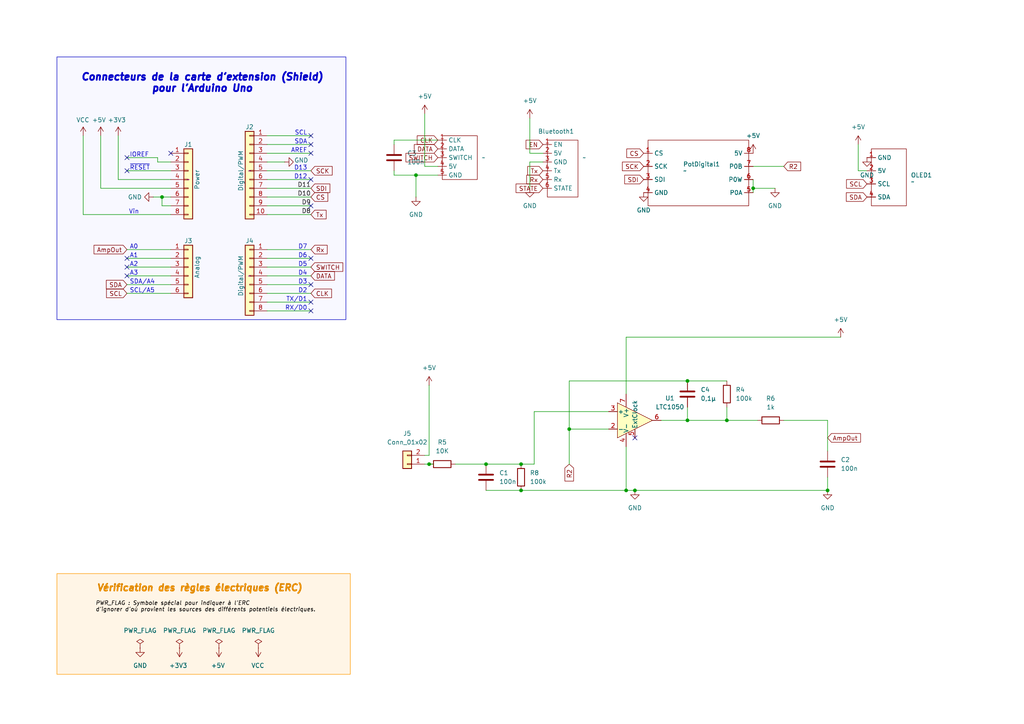
<source format=kicad_sch>
(kicad_sch (version 20250114) (generator "eeschema") (generator_version "9.0")
  (paper "A4")
  (title_block (title "Réalisation Capteur Graphite") (date "2025-03-22") (rev "1.0.0") (company "INSA Toulouse") (comment 1 "Lola GRAMMONT et Adèle HOVNANIAN"))
  (lib_symbols
    (symbol "Connector_Generic:Conn_01x02" (pin_names (offset 1.016) (hide yes))
      (property "Reference" "J" (at 0 2.54 0))
      (property "Value" "Conn_01x02" (at 0 -5.08 0))
      (symbol "Conn_01x02_1_1"
        (rectangle (start -1.27 1.27) (end 1.27 -3.81) (stroke (width 0.254)) (fill (type background)))
        (rectangle (start -1.27 0.127) (end 0 -0.127) (stroke (width 0.1524)))
        (rectangle (start -1.27 -2.413) (end 0 -2.667) (stroke (width 0.1524)))
        (pin passive line (at -5.08 0 0) (length 3.81) (name "Pin_1") (number "1"))
        (pin passive line (at -5.08 -2.54 0) (length 3.81) (name "Pin_2") (number "2"))
      )
    )
    (symbol "Connector_Generic:Conn_01x06" (pin_names (offset 1.016) (hide yes))
      (property "Reference" "J" (at 0 7.62 0))
      (property "Value" "Conn_01x06" (at 0 -10.16 0))
      (symbol "Conn_01x06_1_1"
        (rectangle (start -1.27 6.35) (end 1.27 -8.89) (stroke (width 0.254)) (fill (type background)))
        (rectangle (start -1.27 5.207) (end 0 4.953) (stroke (width 0.1524)))
        (rectangle (start -1.27 2.667) (end 0 2.413) (stroke (width 0.1524)))
        (rectangle (start -1.27 0.127) (end 0 -0.127) (stroke (width 0.1524)))
        (rectangle (start -1.27 -2.413) (end 0 -2.667) (stroke (width 0.1524)))
        (rectangle (start -1.27 -4.953) (end 0 -5.207) (stroke (width 0.1524)))
        (rectangle (start -1.27 -7.493) (end 0 -7.747) (stroke (width 0.1524)))
        (pin passive line (at -5.08 5.08 0) (length 3.81) (name "Pin_1") (number "1"))
        (pin passive line (at -5.08 2.54 0) (length 3.81) (name "Pin_2") (number "2"))
        (pin passive line (at -5.08 0 0) (length 3.81) (name "Pin_3") (number "3"))
        (pin passive line (at -5.08 -2.54 0) (length 3.81) (name "Pin_4") (number "4"))
        (pin passive line (at -5.08 -5.08 0) (length 3.81) (name "Pin_5") (number "5"))
        (pin passive line (at -5.08 -7.62 0) (length 3.81) (name "Pin_6") (number "6"))
      )
    )
    (symbol "Connector_Generic:Conn_01x08" (pin_names (offset 1.016) (hide yes))
      (property "Reference" "J" (at 0 10.16 0))
      (property "Value" "Conn_01x08" (at 0 -12.7 0))
      (symbol "Conn_01x08_1_1"
        (rectangle (start -1.27 8.89) (end 1.27 -11.43) (stroke (width 0.254)) (fill (type background)))
        (rectangle (start -1.27 7.747) (end 0 7.493) (stroke (width 0.1524)))
        (rectangle (start -1.27 5.207) (end 0 4.953) (stroke (width 0.1524)))
        (rectangle (start -1.27 2.667) (end 0 2.413) (stroke (width 0.1524)))
        (rectangle (start -1.27 0.127) (end 0 -0.127) (stroke (width 0.1524)))
        (rectangle (start -1.27 -2.413) (end 0 -2.667) (stroke (width 0.1524)))
        (rectangle (start -1.27 -4.953) (end 0 -5.207) (stroke (width 0.1524)))
        (rectangle (start -1.27 -7.493) (end 0 -7.747) (stroke (width 0.1524)))
        (rectangle (start -1.27 -10.033) (end 0 -10.287) (stroke (width 0.1524)))
        (pin passive line (at -5.08 7.62 0) (length 3.81) (name "Pin_1") (number "1"))
        (pin passive line (at -5.08 5.08 0) (length 3.81) (name "Pin_2") (number "2"))
        (pin passive line (at -5.08 2.54 0) (length 3.81) (name "Pin_3") (number "3"))
        (pin passive line (at -5.08 0 0) (length 3.81) (name "Pin_4") (number "4"))
        (pin passive line (at -5.08 -2.54 0) (length 3.81) (name "Pin_5") (number "5"))
        (pin passive line (at -5.08 -5.08 0) (length 3.81) (name "Pin_6") (number "6"))
        (pin passive line (at -5.08 -7.62 0) (length 3.81) (name "Pin_7") (number "7"))
        (pin passive line (at -5.08 -10.16 0) (length 3.81) (name "Pin_8") (number "8"))
      )
    )
    (symbol "Connector_Generic:Conn_01x10" (pin_names (offset 1.016) (hide yes))
      (property "Reference" "J" (at 0 12.7 0))
      (property "Value" "Conn_01x10" (at 0 -15.24 0))
      (symbol "Conn_01x10_1_1"
        (rectangle (start -1.27 11.43) (end 1.27 -13.97) (stroke (width 0.254)) (fill (type background)))
        (rectangle (start -1.27 10.287) (end 0 10.033) (stroke (width 0.1524)))
        (rectangle (start -1.27 7.747) (end 0 7.493) (stroke (width 0.1524)))
        (rectangle (start -1.27 5.207) (end 0 4.953) (stroke (width 0.1524)))
        (rectangle (start -1.27 2.667) (end 0 2.413) (stroke (width 0.1524)))
        (rectangle (start -1.27 0.127) (end 0 -0.127) (stroke (width 0.1524)))
        (rectangle (start -1.27 -2.413) (end 0 -2.667) (stroke (width 0.1524)))
        (rectangle (start -1.27 -4.953) (end 0 -5.207) (stroke (width 0.1524)))
        (rectangle (start -1.27 -7.493) (end 0 -7.747) (stroke (width 0.1524)))
        (rectangle (start -1.27 -10.033) (end 0 -10.287) (stroke (width 0.1524)))
        (rectangle (start -1.27 -12.573) (end 0 -12.827) (stroke (width 0.1524)))
        (pin passive line (at -5.08 10.16 0) (length 3.81) (name "Pin_1") (number "1"))
        (pin passive line (at -5.08 7.62 0) (length 3.81) (name "Pin_2") (number "2"))
        (pin passive line (at -5.08 5.08 0) (length 3.81) (name "Pin_3") (number "3"))
        (pin passive line (at -5.08 2.54 0) (length 3.81) (name "Pin_4") (number "4"))
        (pin passive line (at -5.08 0 0) (length 3.81) (name "Pin_5") (number "5"))
        (pin passive line (at -5.08 -2.54 0) (length 3.81) (name "Pin_6") (number "6"))
        (pin passive line (at -5.08 -5.08 0) (length 3.81) (name "Pin_7") (number "7"))
        (pin passive line (at -5.08 -7.62 0) (length 3.81) (name "Pin_8") (number "8"))
        (pin passive line (at -5.08 -10.16 0) (length 3.81) (name "Pin_9") (number "9"))
        (pin passive line (at -5.08 -12.7 0) (length 3.81) (name "Pin_10") (number "10"))
      )
    )
    (symbol "Device:C" (pin_numbers (hide yes)) (pin_names (offset 0.254))
      (property "Reference" "C" (at 0.635 2.54 0))
      (property "Value" "C" (at 0.635 -2.54 0))
      (symbol "C_0_1"
        (polyline (pts (xy -2.032 0.762) (xy 2.032 0.762)) (stroke (width 0.508)))
        (polyline (pts (xy -2.032 -0.762) (xy 2.032 -0.762)) (stroke (width 0.508)))
      )
      (symbol "C_1_1"
        (pin passive line (at 0 3.81 270) (length 2.794) (name "~") (number "1"))
        (pin passive line (at 0 -3.81 90) (length 2.794) (name "~") (number "2"))
      )
    )
    (symbol "Device:R" (pin_numbers (hide yes)) (pin_names (offset 0))
      (property "Reference" "R" (at 2.032 0 90))
      (property "Value" "R" (at 0 0 90))
      (symbol "R_0_1"
        (rectangle (start -1.016 -2.54) (end 1.016 2.54) (stroke (width 0.254)))
      )
      (symbol "R_1_1"
        (pin passive line (at 0 3.81 270) (length 1.27) (name "~") (number "1"))
        (pin passive line (at 0 -3.81 90) (length 1.27) (name "~") (number "2"))
      )
    )
    (symbol "R_1" (pin_numbers (hide yes)) (pin_names (offset 0))
      (property "Reference" "R" (at 0.762 0 90))
      (property "Value" "R" (at -1.27 0 90))
      (symbol "R_1_0_1"
        (rectangle (start -1.016 -2.54) (end 1.016 2.54) (stroke (width 0.254)))
      )
      (symbol "R_1_1_1"
        (pin passive line (at 0 3.81 270) (length 1.27) (name "~") (number "1"))
        (pin passive line (at 0 -3.81 90) (length 1.27) (name "~") (number "2"))
      )
    )
    (symbol "ShieldLibrary:Bluetooth"
      (property "Reference" "Bluetooth" (at 0 0 0))
      (property "Value" "~" (at 7.62 -7.62 0))
      (symbol "Bluetooth_0_1"
        (rectangle (start -2.54 -2.54) (end 6.35 -19.05))
      )
      (symbol "Bluetooth_1_1"
        (pin input line (at -3.81 -3.81 0) (length 2.54) (name "EN") (number "1"))
        (pin input line (at -3.81 -6.35 0) (length 2.54) (name "5V") (number "2"))
        (pin input line (at -3.81 -8.89 0) (length 2.54) (name "GND") (number "3"))
        (pin output line (at -3.81 -11.43 0) (length 2.54) (name "Tx") (number "4"))
        (pin input line (at -3.81 -13.97 0) (length 2.54) (name "Rx") (number "5"))
        (pin output line (at -3.81 -16.51 0) (length 2.54) (name "STATE") (number "6"))
      )
    )
    (symbol "ShieldLibrary:Encodeur_Rotatoire"
      (property "Value" "~" (at 13.97 -8.89 0))
      (symbol "Encodeur_Rotatoire_1_0"
        (pin input line (at 1.27 -8.89 0) (length 2.54) (name "SWITCH") (number "3"))
        (pin input line (at 1.27 -11.43 0) (length 2.54) (name "5V") (number "4"))
        (pin input line (at 1.27 -13.97 0) (length 2.54) (name "GND") (number "5"))
      )
      (symbol "Encodeur_Rotatoire_1_1"
        (rectangle (start 2.54 -2.54) (end 12.7 -15.24))
        (pin input line (at 1.27 -3.81 0) (length 2.54) (name "CLK") (number "1"))
        (pin output line (at 1.27 -6.35 0) (length 2.54) (name "DATA") (number "2"))
      )
    )
    (symbol "ShieldLibrary:LTC1050" (pin_names (offset 0.127))
      (property "Reference" "U" (at 2.54 5.08 0))
      (property "Value" "LTC1050" (at 7.62 2.54 0))
      (symbol "LTC1050_0_1"
        (polyline (pts (xy -5.08 5.08) (xy -5.08 -5.08) (xy 5.08 0) (xy -5.08 5.08)) (fill (type background)))
      )
      (symbol "LTC1050_1_1"
        (pin input line (at -7.62 2.54 0) (length 2.54) (name "+") (number "3"))
        (pin input line (at -7.62 -2.54 0) (length 2.54) (name "-") (number "2"))
        (pin no_connect line (at -5.08 0 0) (length 3.81) (hide yes) (name "NC") (number "1"))
        (pin power_in line (at -2.54 7.62 270) (length 3.81) (name "V+") (number "7"))
        (pin power_in line (at -2.54 -7.62 90) (length 3.81) (name "V-") (number "4"))
        (pin no_connect line (at 0 2.54 270) (length 3.81) (hide yes) (name "NC") (number "8"))
        (pin input line (at 0 -5.08 90) (length 2.54) (name "ExtClock") (number "5"))
        (pin output line (at 7.62 0 180) (length 2.54) (name "~") (number "6"))
      )
    )
    (symbol "ShieldLibrary:OLED"
      (property "Reference" "OLED" (at -12.7 -12.192 0))
      (symbol "OLED_0_1"
        (rectangle (start -17.78 -13.97) (end -7.62 -30.48))
      )
      (symbol "OLED_1_1"
        (pin input line (at -19.05 -16.51 0) (length 2.54) (name "GND") (number "1"))
        (pin input line (at -19.05 -20.32 0) (length 2.54) (name "5V") (number "2"))
        (pin output line (at -19.05 -24.13 0) (length 2.54) (name "SCL") (number "3"))
        (pin output line (at -19.05 -27.94 0) (length 2.54) (name "SDA") (number "4"))
      )
    )
    (symbol "ShieldLibrary:Potentiomètre_digital"
      (property "Reference" "PotDigital" (at 2.54 -13.3349 0))
      (property "Value" "~" (at 2.54 -15.24 0))
      (symbol "Potentiomètre_digital_0_1"
        (rectangle (start -7.62 -6.35) (end 21.59 -25.4))
      )
      (symbol "Potentiomètre_digital_1_1"
        (pin output line (at -8.89 -10.16 0) (length 2.54) (name "CS") (number "1"))
        (pin output line (at -8.89 -13.97 0) (length 2.54) (name "SCK") (number "2"))
        (pin output line (at -8.89 -17.78 0) (length 2.54) (name "SDI") (number "3"))
        (pin output line (at -8.89 -21.59 0) (length 2.54) (name "GND") (number "4"))
        (pin output line (at 22.86 -10.16 180) (length 2.54) (name "5V") (number "8"))
        (pin output line (at 22.86 -13.97 180) (length 2.54) (name "P0B") (number "7"))
        (pin output line (at 22.86 -17.78 180) (length 2.54) (name "P0W") (number "6"))
        (pin output line (at 22.86 -21.59 180) (length 2.54) (name "P0A") (number "5"))
      )
    )
    (symbol "power:+3V3" (power) (pin_numbers (hide yes)) (pin_names (offset 0) (hide yes))
      (property "Value" "+3V3" (at 0 3.556 0))
      (symbol "+3V3_0_1"
        (polyline (pts (xy -0.762 1.27) (xy 0 2.54)))
        (polyline (pts (xy 0 2.54) (xy 0.762 1.27)))
        (polyline (pts (xy 0 0) (xy 0 2.54)))
      )
      (symbol "+3V3_1_1"
        (pin power_in line (at 0 0 90) (length 0) (name "~") (number "1"))
      )
    )
    (symbol "power:+5V" (power) (pin_numbers (hide yes)) (pin_names (offset 0) (hide yes))
      (property "Value" "+5V" (at 0 3.556 0))
      (symbol "+5V_0_1"
        (polyline (pts (xy -0.762 1.27) (xy 0 2.54)))
        (polyline (pts (xy 0 2.54) (xy 0.762 1.27)))
        (polyline (pts (xy 0 0) (xy 0 2.54)))
      )
      (symbol "+5V_1_1"
        (pin power_in line (at 0 0 90) (length 0) (name "~") (number "1"))
      )
    )
    (symbol "power:GND" (power) (pin_numbers (hide yes)) (pin_names (offset 0) (hide yes))
      (property "Value" "GND" (at 0 -3.81 0))
      (symbol "GND_0_1"
        (polyline (pts (xy 0 0) (xy 0 -1.27) (xy 1.27 -1.27) (xy 0 -2.54) (xy -1.27 -1.27) (xy 0 -1.27)))
      )
      (symbol "GND_1_1"
        (pin power_in line (at 0 0 270) (length 0) (name "~") (number "1"))
      )
    )
    (symbol "power:PWR_FLAG" (power) (pin_numbers (hide yes)) (pin_names (offset 0) (hide yes))
      (property "Value" "PWR_FLAG" (at 0 3.81 0))
      (symbol "PWR_FLAG_0_0"
        (pin power_out line (at 0 0 90) (length 0) (name "~") (number "1"))
      )
      (symbol "PWR_FLAG_0_1"
        (polyline (pts (xy 0 0) (xy 0 1.27) (xy -1.016 1.905) (xy 0 2.54) (xy 1.016 1.905) (xy 0 1.27)))
      )
    )
    (symbol "power:VCC" (power) (pin_numbers (hide yes)) (pin_names (offset 0) (hide yes))
      (property "Value" "VCC" (at 0 3.556 0))
      (symbol "VCC_0_1"
        (polyline (pts (xy -0.762 1.27) (xy 0 2.54)))
        (polyline (pts (xy 0 2.54) (xy 0.762 1.27)))
        (polyline (pts (xy 0 0) (xy 0 2.54)))
      )
      (symbol "VCC_1_1"
        (pin power_in line (at 0 0 90) (length 0) (name "~") (number "1"))
      )
    )
  )
  (rectangle (start 16.51 16.51) (end 100.33 92.71) (fill (type color) (color 0 0 255 0.03)))
  (rectangle (start 16.51 166.37) (end 101.6 195.58) (stroke (width 0) (color 255 153 0 1)) (fill (type color) (color 255 153 0 0.1)))
  (text "AREF" (at 89.154 44.45 0) (effects (font (size 1.27 1.27)) (justify right bottom)))
  (text "SDA/A4" (at 37.592 82.55 0) (effects (font (size 1.27 1.27)) (justify left bottom)))
  (text "D12" (at 89.154 52.07 0) (effects (font (size 1.27 1.27)) (justify right bottom)))
  (text "D4" (at 89.154 80.01 0) (effects (font (size 1.27 1.27)) (justify right bottom)))
  (text "~" (at 81.534 53.594 0) (effects (font (size 1.27 1.27) (thickness 0.254) (bold yes))))
  (text "~{RESET}" (at 37.592 49.53 0) (effects (font (size 1.27 1.27)) (justify left bottom)))
  (text "RX/D0" (at 89.154 90.17 0) (effects (font (size 1.27 1.27)) (justify right bottom)))
  (text "TX/D1" (at 89.154 87.63 0) (effects (font (size 1.27 1.27)) (justify right bottom)))
  (text "D13" (at 89.154 49.53 0) (effects (font (size 1.27 1.27)) (justify right bottom)))
  (text "Vin" (at 37.338 62.23 0) (effects (font (size 1.27 1.27)) (justify left bottom)))
  (text "SDA" (at 89.154 41.91 0) (effects (font (size 1.27 1.27)) (justify right bottom)))
  (text "D6" (at 89.154 74.93 0) (effects (font (size 1.27 1.27)) (justify right bottom)))
  (text "D2" (at 89.154 85.09 0) (effects (font (size 1.27 1.27)) (justify right bottom)))
  (text "A3" (at 37.592 80.01 0) (effects (font (size 1.27 1.27)) (justify left bottom)))
  (text "A2" (at 37.592 77.47 0) (effects (font (size 1.27 1.27)) (justify left bottom)))
  (text "Vérification des règles électriques (ERC)" (at 57.912 170.688 0) (effects (font (size 1.905 1.905) (thickness 0.508) (bold yes) (italic yes))))
  (text "Connecteurs de la carte d'extension (Shield)\npour l'Arduino Uno" (at 58.674 24.13 0) (effects (font (size 2.032 2.032) (thickness 0.508) (bold yes) (italic yes))))
  (text "D3" (at 89.154 82.55 0) (effects (font (size 1.27 1.27)) (justify right bottom)))
  (text "D7" (at 89.154 72.39 0) (effects (font (size 1.27 1.27)) (justify right bottom)))
  (text "D5" (at 89.154 77.47 0) (effects (font (size 1.27 1.27)) (justify right bottom)))
  (text "A1" (at 37.592 74.93 0) (effects (font (size 1.27 1.27)) (justify left bottom)))
  (text "SCL/A5" (at 37.592 85.09 0) (effects (font (size 1.27 1.27)) (justify left bottom)))
  (text "SCL" (at 89.154 39.37 0) (effects (font (size 1.27 1.27)) (justify right bottom)))
  (text "IOREF" (at 37.592 45.72 0) (effects (font (size 1.27 1.27)) (justify left bottom)))
  (text "A0" (at 37.592 72.39 0) (effects (font (size 1.27 1.27)) (justify left bottom)))
  (text "PWR_FLAG : Symbole spécial pour indiquer à l'ERC\nd'ignorer d'où provient les sources des différents potentiels électriques." (at 27.686 176.022 0) (effects (font (size 1.143 1.143) (italic yes)) (justify left)))
  (junction (at 120.65 50.8))
  (junction (at 165.1 124.46))
  (junction (at 140.97 134.62))
  (junction (at 46.99 57.15))
  (junction (at 199.39 121.92))
  (junction (at 240.03 142.24))
  (junction (at 199.39 110.49))
  (junction (at 151.13 142.24))
  (junction (at 151.13 134.62))
  (junction (at 124.46 134.62))
  (junction (at 218.44 54.61))
  (junction (at 210.82 121.92))
  (junction (at 181.61 142.24))
  (junction (at 184.15 142.24))
  (no_connect (at 90.17 39.37))
  (no_connect (at 36.83 49.53))
  (no_connect (at 90.17 59.69))
  (no_connect (at 90.17 90.17))
  (no_connect (at 90.17 52.07))
  (no_connect (at 90.17 87.63))
  (no_connect (at 90.17 44.45))
  (no_connect (at 36.83 74.93))
  (no_connect (at 90.17 82.55))
  (no_connect (at 90.17 41.91))
  (no_connect (at 36.83 45.72))
  (no_connect (at 49.53 44.45))
  (no_connect (at 90.17 74.93))
  (no_connect (at 184.15 127))
  (no_connect (at 36.83 77.47))
  (no_connect (at 36.83 80.01))
  (wire (pts (xy 77.47 90.17) (xy 90.17 90.17)))
  (wire (pts (xy 227.33 48.26) (xy 218.44 48.26)))
  (wire (pts (xy 124.46 134.62) (xy 125.73 134.62)))
  (wire (pts (xy 77.47 57.15) (xy 90.17 57.15)))
  (wire (pts (xy 165.1 110.49) (xy 165.1 124.46)))
  (wire (pts (xy 77.47 39.37) (xy 90.17 39.37)))
  (wire (pts (xy 46.99 57.15) (xy 46.99 59.69)))
  (wire (pts (xy 210.82 118.11) (xy 210.82 121.92)))
  (wire (pts (xy 140.97 134.62) (xy 151.13 134.62)))
  (wire (pts (xy 176.53 119.38) (xy 154.94 119.38)))
  (wire (pts (xy 36.83 85.09) (xy 49.53 85.09)))
  (wire (pts (xy 184.15 142.24) (xy 240.03 142.24)))
  (wire (pts (xy 120.65 50.8) (xy 120.65 57.15)))
  (wire (pts (xy 34.29 52.07) (xy 49.53 52.07)))
  (wire (pts (xy 153.67 44.45) (xy 157.48 44.45)))
  (wire (pts (xy 29.21 54.61) (xy 49.53 54.61)))
  (wire (pts (xy 120.65 50.8) (xy 114.3 50.8)))
  (wire (pts (xy 227.33 121.92) (xy 240.03 121.92)))
  (wire (pts (xy 29.21 39.37) (xy 29.21 54.61)))
  (wire (pts (xy 44.45 57.15) (xy 46.99 57.15)))
  (wire (pts (xy 77.47 49.53) (xy 90.17 49.53)))
  (wire (pts (xy 34.29 39.37) (xy 34.29 52.07)))
  (wire (pts (xy 77.47 72.39) (xy 90.17 72.39)))
  (wire (pts (xy 49.53 72.39) (xy 36.83 72.39)))
  (wire (pts (xy 77.47 52.07) (xy 90.17 52.07)))
  (wire (pts (xy 114.3 40.64) (xy 127 40.64)))
  (wire (pts (xy 77.47 74.93) (xy 90.17 74.93)))
  (wire (pts (xy 181.61 97.79) (xy 243.84 97.79)))
  (wire (pts (xy 45.72 46.99) (xy 49.53 46.99)))
  (wire (pts (xy 165.1 134.62) (xy 165.1 124.46)))
  (wire (pts (xy 77.47 59.69) (xy 90.17 59.69)))
  (wire (pts (xy 77.47 80.01) (xy 90.17 80.01)))
  (wire (pts (xy 199.39 121.92) (xy 210.82 121.92)))
  (wire (pts (xy 36.83 45.72) (xy 45.72 45.72)))
  (wire (pts (xy 181.61 129.54) (xy 181.61 142.24)))
  (wire (pts (xy 199.39 121.92) (xy 199.39 118.11)))
  (wire (pts (xy 184.15 142.24) (xy 181.61 142.24)))
  (wire (pts (xy 123.19 48.26) (xy 127 48.26)))
  (wire (pts (xy 127 50.8) (xy 120.65 50.8)))
  (wire (pts (xy 251.46 49.53) (xy 248.92 49.53)))
  (wire (pts (xy 77.47 44.45) (xy 90.17 44.45)))
  (wire (pts (xy 165.1 124.46) (xy 176.53 124.46)))
  (wire (pts (xy 123.19 134.62) (xy 124.46 134.62)))
  (wire (pts (xy 154.94 119.38) (xy 154.94 134.62)))
  (wire (pts (xy 123.19 132.08) (xy 124.46 132.08)))
  (wire (pts (xy 114.3 41.91) (xy 114.3 40.64)))
  (wire (pts (xy 49.53 77.47) (xy 36.83 77.47)))
  (wire (pts (xy 36.83 49.53) (xy 49.53 49.53)))
  (wire (pts (xy 191.77 121.92) (xy 199.39 121.92)))
  (wire (pts (xy 49.53 59.69) (xy 46.99 59.69)))
  (wire (pts (xy 45.72 45.72) (xy 45.72 46.99)))
  (wire (pts (xy 49.53 62.23) (xy 24.13 62.23)))
  (wire (pts (xy 240.03 121.92) (xy 240.03 130.81)))
  (wire (pts (xy 36.83 74.93) (xy 49.53 74.93)))
  (wire (pts (xy 240.03 138.43) (xy 240.03 142.24)))
  (wire (pts (xy 132.08 134.62) (xy 140.97 134.62)))
  (wire (pts (xy 123.19 33.02) (xy 123.19 48.26)))
  (wire (pts (xy 219.71 121.92) (xy 210.82 121.92)))
  (wire (pts (xy 248.92 49.53) (xy 248.92 41.91)))
  (wire (pts (xy 77.47 46.99) (xy 82.55 46.99)))
  (wire (pts (xy 218.44 52.07) (xy 218.44 54.61)))
  (wire (pts (xy 181.61 114.3) (xy 181.61 97.79)))
  (wire (pts (xy 49.53 57.15) (xy 46.99 57.15)))
  (wire (pts (xy 77.47 54.61) (xy 90.17 54.61)))
  (wire (pts (xy 153.67 34.29) (xy 153.67 44.45)))
  (wire (pts (xy 124.46 132.08) (xy 124.46 111.76)))
  (wire (pts (xy 77.47 77.47) (xy 90.17 77.47)))
  (wire (pts (xy 36.83 80.01) (xy 49.53 80.01)))
  (wire (pts (xy 151.13 134.62) (xy 154.94 134.62)))
  (wire (pts (xy 151.13 142.24) (xy 181.61 142.24)))
  (wire (pts (xy 114.3 50.8) (xy 114.3 49.53)))
  (wire (pts (xy 77.47 41.91) (xy 90.17 41.91)))
  (wire (pts (xy 218.44 54.61) (xy 224.79 54.61)))
  (wire (pts (xy 77.47 85.09) (xy 90.17 85.09)))
  (wire (pts (xy 77.47 82.55) (xy 90.17 82.55)))
  (wire (pts (xy 218.44 54.61) (xy 218.44 55.88)))
  (wire (pts (xy 199.39 110.49) (xy 210.82 110.49)))
  (wire (pts (xy 153.67 46.99) (xy 157.48 46.99)))
  (wire (pts (xy 77.47 87.63) (xy 90.17 87.63)))
  (wire (pts (xy 140.97 142.24) (xy 151.13 142.24)))
  (wire (pts (xy 24.13 62.23) (xy 24.13 39.37)))
  (wire (pts (xy 199.39 110.49) (xy 165.1 110.49)))
  (wire (pts (xy 49.53 82.55) (xy 36.83 82.55)))
  (wire (pts (xy 153.67 54.61) (xy 153.67 46.99)))
  (wire (pts (xy 77.47 62.23) (xy 90.17 62.23)))
  (label "D10" (at 90.17 57.15 180))
  (label "D8" (at 90.17 62.23 180))
  (label "D11" (at 90.17 54.61 180))
  (label "D9" (at 90.17 59.69 180))
  (global_label "STATE" (shape input) (at 157.48 54.61 180) (property "Intersheetrefs" "${INTERSHEET_REFS}" (effects (hide yes))))
  (global_label "SCL" (shape input) (at 36.83 85.09 180) (property "Intersheetrefs" "${INTERSHEET_REFS}" (effects (hide yes))))
  (global_label "SCK" (shape input) (at 186.69 48.26 180) (property "Intersheetrefs" "${INTERSHEET_REFS}" (effects (hide yes))))
  (global_label "CLK" (shape input) (at 90.17 85.09 0) (property "Intersheetrefs" "${INTERSHEET_REFS}" (effects (hide yes))))
  (global_label "R2" (shape input) (at 165.1 134.62 270) (property "Intersheetrefs" "${INTERSHEET_REFS}" (effects (hide yes))))
  (global_label "SDA" (shape input) (at 251.46 57.15 180) (property "Intersheetrefs" "${INTERSHEET_REFS}" (effects (hide yes))))
  (global_label "CS" (shape input) (at 186.69 44.45 180) (property "Intersheetrefs" "${INTERSHEET_REFS}" (effects (hide yes))))
  (global_label "Tx" (shape input) (at 90.17 62.23 0) (property "Intersheetrefs" "${INTERSHEET_REFS}" (effects (hide yes))))
  (global_label "Tx" (shape input) (at 157.48 49.53 180) (property "Intersheetrefs" "${INTERSHEET_REFS}" (effects (hide yes))))
  (global_label "CLK" (shape input) (at 127 40.64 180) (property "Intersheetrefs" "${INTERSHEET_REFS}" (effects (hide yes))))
  (global_label "SDI" (shape input) (at 186.69 52.07 180) (property "Intersheetrefs" "${INTERSHEET_REFS}" (effects (hide yes))))
  (global_label "SCL" (shape input) (at 251.46 53.34 180) (property "Intersheetrefs" "${INTERSHEET_REFS}" (effects (hide yes))))
  (global_label "R2" (shape input) (at 227.33 48.26 0) (property "Intersheetrefs" "${INTERSHEET_REFS}" (effects (hide yes))))
  (global_label "CS" (shape input) (at 90.17 57.15 0) (property "Intersheetrefs" "${INTERSHEET_REFS}" (effects (hide yes))))
  (global_label "AmpOut" (shape input) (at 36.83 72.39 180) (property "Intersheetrefs" "${INTERSHEET_REFS}" (effects (hide yes))))
  (global_label "SWITCH" (shape input) (at 127 45.72 180) (property "Intersheetrefs" "${INTERSHEET_REFS}" (effects (hide yes))))
  (global_label "AmpOut" (shape input) (at 240.03 127 0) (property "Intersheetrefs" "${INTERSHEET_REFS}" (effects (hide yes))))
  (global_label "DATA" (shape input) (at 90.17 80.01 0) (property "Intersheetrefs" "${INTERSHEET_REFS}" (effects (hide yes))))
  (global_label "SDI" (shape input) (at 90.17 54.61 0) (property "Intersheetrefs" "${INTERSHEET_REFS}" (effects (hide yes))))
  (global_label "EN" (shape input) (at 157.48 41.91 180) (property "Intersheetrefs" "${INTERSHEET_REFS}" (effects (hide yes))))
  (global_label "Rx" (shape input) (at 157.48 52.07 180) (property "Intersheetrefs" "${INTERSHEET_REFS}" (effects (hide yes))))
  (global_label "SDA" (shape input) (at 36.83 82.55 180) (property "Intersheetrefs" "${INTERSHEET_REFS}" (effects (hide yes))))
  (global_label "DATA" (shape input) (at 127 43.18 180) (property "Intersheetrefs" "${INTERSHEET_REFS}" (effects (hide yes))))
  (global_label "SCK" (shape input) (at 90.17 49.53 0) (property "Intersheetrefs" "${INTERSHEET_REFS}" (effects (hide yes))))
  (global_label "Rx" (shape input) (at 90.17 72.39 0) (property "Intersheetrefs" "${INTERSHEET_REFS}" (effects (hide yes))))
  (global_label "SWITCH" (shape input) (at 90.17 77.47 0) (property "Intersheetrefs" "${INTERSHEET_REFS}" (effects (hide yes))))
  (symbol (lib_id "Connector_Generic:Conn_01x08") (at 54.61 52.07 0) (unit 1)
    (property "Reference" "J1" (at 54.61 41.91 0))
    (property "Value" "Power" (at 57.15 52.07 90))
    (property "Footprint" "Connector_PinSocket_2.54mm:PinSocket_1x08_P2.54mm_Vertical" (effects (hide yes)))
    (property "Datasheet" "~" (at 54.61 52.07 0))
    (property "Description" "Generic connector, single row, 01x08, script generated (kicad-library-utils/schlib/autogen/connector/)" (effects (hide yes)))
  )
  (symbol (lib_id "power:+3V3") (at 34.29 39.37 0) (unit 1)
    (property "Reference" "#PWR03" (effects (hide yes)))
    (property "Value" "+3V3" (at 31.242 34.798 0) (effects (justify left)))
    (property "Description" "Power symbol creates a global label with name \"+3V3\"" (effects (hide yes)))
  )
  (symbol (lib_id "power:+5V") (at 29.21 39.37 0) (unit 1)
    (property "Reference" "#PWR02" (effects (hide yes)))
    (property "Value" "+5V" (at 26.67 34.798 0) (effects (justify left)))
    (property "Description" "Power symbol creates a global label with name \"+5V\"" (effects (hide yes)))
  )
  (symbol (lib_id "power:GND") (at 44.45 57.15 270) (unit 1)
    (property "Reference" "#PWR04" (effects (hide yes)))
    (property "Value" "GND" (at 39.116 57.15 90))
    (property "Description" "Power symbol creates a global label with name \"GND\" , ground" (effects (hide yes)))
  )
  (symbol (lib_id "Connector_Generic:Conn_01x10") (at 72.39 49.53 0) (mirror y) (unit 1)
    (property "Reference" "J2" (at 72.39 36.83 0))
    (property "Value" "Digital/PWM" (at 69.85 49.53 90))
    (property "Footprint" "Connector_PinSocket_2.54mm:PinSocket_1x10_P2.54mm_Vertical" (effects (hide yes)))
    (property "Datasheet" "~" (at 72.39 49.53 0))
    (property "Description" "Generic connector, single row, 01x10, script generated (kicad-library-utils/schlib/autogen/connector/)" (effects (hide yes)))
  )
  (symbol (lib_id "power:GND") (at 82.55 46.99 90) (unit 1)
    (property "Reference" "#PWR05" (effects (hide yes)))
    (property "Value" "GND" (at 87.376 46.482 90))
    (property "Description" "Power symbol creates a global label with name \"GND\" , ground" (effects (hide yes)))
  )
  (symbol (lib_id "Connector_Generic:Conn_01x06") (at 54.61 77.47 0) (unit 1)
    (property "Reference" "J3" (at 54.61 69.85 0))
    (property "Value" "Analog" (at 57.15 77.47 90))
    (property "Footprint" "Connector_PinSocket_2.54mm:PinSocket_1x06_P2.54mm_Vertical" (effects (hide yes)))
    (property "Description" "Generic connector, single row, 01x06, script generated (kicad-library-utils/schlib/autogen/connector/)" (effects (hide yes)))
  )
  (symbol (lib_id "Connector_Generic:Conn_01x08") (at 72.39 80.01 0) (mirror y) (unit 1)
    (property "Reference" "J4" (at 72.39 69.85 0))
    (property "Value" "Digital/PWM" (at 69.85 80.01 90))
    (property "Footprint" "Connector_PinSocket_2.54mm:PinSocket_1x08_P2.54mm_Vertical" (effects (hide yes)))
    (property "Datasheet" "~" (at 72.39 80.01 0))
    (property "Description" "Generic connector, single row, 01x08, script generated (kicad-library-utils/schlib/autogen/connector/)" (effects (hide yes)))
  )
  (symbol (lib_id "ShieldLibrary:Encodeur_Rotatoire") (at 125.73 36.83 0) (unit 1)
    (property "Reference" "Encodeur_rotatoire1" (effects (hide yes)))
    (property "Value" "~" (at 139.7 45.72 0) (effects (justify left)))
    (property "Footprint" "MaLibrairieEmpreinte:EncodeurRotatoire" (effects (hide yes)))
  )
  (symbol (lib_id "ShieldLibrary:Potentiomètre_digital") (at 195.58 34.29 0) (unit 1)
    (property "Reference" "PotDigital1" (at 198.12 47.6249 0) (effects (justify left)))
    (property "Value" "~" (at 198.12 49.53 0) (effects (justify left)))
    (property "Footprint" "MaLibrairieEmpreinte:PotDigital" (effects (hide yes)))
  )
  (symbol (lib_id "power:GND") (at 224.79 54.61 0) (unit 1)
    (property "Reference" "#PWR020" (effects (hide yes)))
    (property "Value" "GND" (at 224.79 59.69 0))
    (property "Description" "Power symbol creates a global label with name \"GND\" , ground" (effects (hide yes)))
  )
  (symbol (lib_id "power:PWR_FLAG") (at 63.5 187.96 0) (unit 1)
    (property "Reference" "#FLG03" (effects (hide yes)))
    (property "Value" "PWR_FLAG" (at 63.5 182.88 0))
    (property "Description" "Special symbol for telling ERC where power comes from" (effects (hide yes)))
  )
  (symbol (lib_id "power:+5V") (at 63.5 187.96 180) (unit 1)
    (property "Reference" "#PWR08" (effects (hide yes)))
    (property "Value" "+5V" (at 65.278 193.04 0) (effects (justify left)))
    (property "Description" "Power symbol creates a global label with name \"+5V\"" (effects (hide yes)))
  )
  (symbol (lib_id "power:GND") (at 251.46 45.72 0) (unit 1)
    (property "Reference" "#PWR023" (effects (hide yes)))
    (property "Value" "GND" (at 251.46 50.8 0))
    (property "Description" "Power symbol creates a global label with name \"GND\" , ground" (effects (hide yes)))
  )
  (symbol (lib_id "power:GND") (at 153.67 54.61 0) (unit 1)
    (property "Reference" "#PWR015" (effects (hide yes)))
    (property "Value" "GND" (at 153.67 59.69 0))
    (property "Description" "Power symbol creates a global label with name \"GND\" , ground" (effects (hide yes)))
  )
  (symbol (lib_id "power:+5V") (at 153.67 34.29 0) (unit 1)
    (property "Reference" "#PWR017" (effects (hide yes)))
    (property "Value" "+5V" (at 153.67 29.21 0))
    (property "Description" "Power symbol creates a global label with name \"+5V\"" (effects (hide yes)))
  )
  (symbol (lib_id "Device:R") (at 128.27 134.62 90) (unit 1)
    (property "Reference" "R5" (at 128.27 128.27 90))
    (property "Value" "10K" (at 128.27 130.81 90))
    (property "Footprint" "Resistor_THT:R_Axial_DIN0207_L6.3mm_D2.5mm_P10.16mm_Horizontal" (effects (hide yes)))
    (property "Description" "Resistor" (effects (hide yes)))
  )
  (symbol (lib_name "R_1") (lib_id "Device:R") (at 223.52 121.92 90) (unit 1)
    (property "Reference" "R6" (at 223.52 115.57 90))
    (property "Value" "1k" (at 223.52 118.11 90))
    (property "Footprint" "Resistor_THT:R_Axial_DIN0207_L6.3mm_D2.5mm_P10.16mm_Horizontal" (effects (hide yes)))
    (property "Description" "Resistor" (effects (hide yes)))
  )
  (symbol (lib_id "ShieldLibrary:Bluetooth") (at 161.29 38.1 0) (unit 1)
    (property "Reference" "Bluetooth1" (at 161.29 38.1 0))
    (property "Value" "~" (at 168.91 45.72 0) (effects (justify left)))
    (property "Footprint" "MaLibrairieEmpreinte:Bluetooth" (effects (hide yes)))
  )
  (symbol (lib_id "power:+5V") (at 243.84 97.79 0) (unit 1)
    (property "Reference" "#PWR014" (effects (hide yes)))
    (property "Value" "+5V" (at 243.84 92.71 0))
    (property "Description" "Power symbol creates a global label with name \"+5V\"" (effects (hide yes)))
  )
  (symbol (lib_id "Device:C") (at 114.3 45.72 0) (unit 1)
    (property "Reference" "C3" (at 118.11 44.4499 0) (effects (justify left)))
    (property "Value" "100n" (at 118.11 46.9899 0) (effects (justify left)))
    (property "Footprint" "Capacitor_THT:C_Disc_D6.0mm_W2.5mm_P5.00mm" (effects (hide yes)))
    (property "Description" "Unpolarized capacitor" (effects (hide yes)))
  )
  (symbol (lib_id "power:+5V") (at 124.46 111.76 0) (unit 1)
    (property "Reference" "#PWR010" (effects (hide yes)))
    (property "Value" "+5V" (at 124.46 106.68 0))
    (property "Description" "Power symbol creates a global label with name \"+5V\"" (effects (hide yes)))
  )
  (symbol (lib_id "power:VCC") (at 24.13 39.37 0) (unit 1)
    (property "Reference" "#PWR01" (effects (hide yes)))
    (property "Value" "VCC" (at 22.098 34.798 0) (effects (justify left)))
    (property "Description" "Power symbol creates a global label with name \"VCC\"" (effects (hide yes)))
  )
  (symbol (lib_id "Connector_Generic:Conn_01x02") (at 118.11 134.62 180) (unit 1)
    (property "Reference" "J5" (at 118.11 125.73 0))
    (property "Value" "Conn_01x02" (at 118.11 128.27 0))
    (property "Footprint" "Connector_PinSocket_2.54mm:PinSocket_1x02_P2.54mm_Vertical" (effects (hide yes)))
    (property "Description" "Generic connector, single row, 01x02, script generated (kicad-library-utils/schlib/autogen/connector/)" (effects (hide yes)))
  )
  (symbol (lib_id "power:+5V") (at 218.44 44.45 0) (unit 1)
    (property "Reference" "#PWR019" (effects (hide yes)))
    (property "Value" "+5V" (at 218.44 39.37 0))
    (property "Description" "Power symbol creates a global label with name \"+5V\"" (effects (hide yes)))
  )
  (symbol (lib_id "ShieldLibrary:OLED") (at 270.51 29.21 0) (unit 1)
    (property "Reference" "OLED1" (at 264.16 50.7999 0) (effects (justify left)))
    (property "Value" "~" (at 264.16 52.705 0) (effects (justify left)))
    (property "Footprint" "MaLibrairieEmpreinte:OLED" (effects (hide yes)))
  )
  (symbol (lib_name "R_1") (lib_id "Device:R") (at 210.82 114.3 0) (unit 1)
    (property "Reference" "R4" (at 213.36 113.0299 0) (effects (justify left)))
    (property "Value" "100k" (at 213.36 115.5699 0) (effects (justify left)))
    (property "Footprint" "Resistor_THT:R_Axial_DIN0207_L6.3mm_D2.5mm_P10.16mm_Horizontal" (effects (hide yes)))
    (property "Description" "Resistor" (effects (hide yes)))
  )
  (symbol (lib_id "power:VCC") (at 74.93 187.96 180) (unit 1)
    (property "Reference" "#PWR09" (effects (hide yes)))
    (property "Value" "VCC" (at 76.708 193.04 0) (effects (justify left)))
    (property "Description" "Power symbol creates a global label with name \"VCC\"" (effects (hide yes)))
  )
  (symbol (lib_name "R_1") (lib_id "Device:R") (at 151.13 138.43 0) (unit 1)
    (property "Reference" "R8" (at 153.67 137.1599 0) (effects (justify left)))
    (property "Value" "100k" (at 153.67 139.6999 0) (effects (justify left)))
    (property "Footprint" "Resistor_THT:R_Axial_DIN0207_L6.3mm_D2.5mm_P10.16mm_Horizontal" (effects (hide yes)))
    (property "Description" "Resistor" (effects (hide yes)))
  )
  (symbol (lib_id "power:+3V3") (at 52.07 187.96 180) (unit 1)
    (property "Reference" "#PWR07" (effects (hide yes)))
    (property "Value" "+3V3" (at 54.356 193.04 0) (effects (justify left)))
    (property "Description" "Power symbol creates a global label with name \"+3V3\"" (effects (hide yes)))
  )
  (symbol (lib_id "power:+5V") (at 248.92 41.91 0) (unit 1)
    (property "Reference" "#PWR022" (effects (hide yes)))
    (property "Value" "+5V" (at 248.92 36.83 0))
    (property "Description" "Power symbol creates a global label with name \"+5V\"" (effects (hide yes)))
  )
  (symbol (lib_id "power:GND") (at 186.69 55.88 0) (unit 1)
    (property "Reference" "#PWR018" (effects (hide yes)))
    (property "Value" "GND" (at 186.69 60.96 0))
    (property "Description" "Power symbol creates a global label with name \"GND\" , ground" (effects (hide yes)))
  )
  (symbol (lib_id "power:PWR_FLAG") (at 52.07 187.96 0) (unit 1)
    (property "Reference" "#FLG02" (effects (hide yes)))
    (property "Value" "PWR_FLAG" (at 52.07 182.88 0))
    (property "Description" "Special symbol for telling ERC where power comes from" (effects (hide yes)))
  )
  (symbol (lib_id "power:PWR_FLAG") (at 74.93 187.96 0) (unit 1)
    (property "Reference" "#FLG04" (effects (hide yes)))
    (property "Value" "PWR_FLAG" (at 74.93 182.88 0))
    (property "Description" "Special symbol for telling ERC where power comes from" (effects (hide yes)))
  )
  (symbol (lib_id "power:GND") (at 184.15 142.24 0) (unit 1)
    (property "Reference" "#PWR012" (effects (hide yes)))
    (property "Value" "GND" (at 184.15 147.32 0))
    (property "Description" "Power symbol creates a global label with name \"GND\" , ground" (effects (hide yes)))
  )
  (symbol (lib_id "power:+5V") (at 123.19 33.02 0) (unit 1)
    (property "Reference" "#PWR016" (effects (hide yes)))
    (property "Value" "+5V" (at 123.19 27.94 0))
    (property "Description" "Power symbol creates a global label with name \"+5V\"" (effects (hide yes)))
  )
  (symbol (lib_id "power:GND") (at 240.03 142.24 0) (unit 1)
    (property "Reference" "#PWR011" (effects (hide yes)))
    (property "Value" "GND" (at 240.03 147.32 0))
    (property "Description" "Power symbol creates a global label with name \"GND\" , ground" (effects (hide yes)))
  )
  (symbol (lib_id "power:GND") (at 120.65 57.15 0) (unit 1)
    (property "Reference" "#PWR013" (effects (hide yes)))
    (property "Value" "GND" (at 120.65 62.23 0))
    (property "Description" "Power symbol creates a global label with name \"GND\" , ground" (effects (hide yes)))
  )
  (symbol (lib_id "ShieldLibrary:LTC1050") (at 184.15 121.92 0) (unit 1)
    (property "Reference" "U1" (at 194.31 115.4998 0))
    (property "Value" "LTC1050" (at 194.31 118.0398 0))
    (property "Footprint" "MaLibrairieEmpreinte:LTC41050" (effects (hide yes)))
    (property "Datasheet" "https://www.analog.com/media/en/technical-documentation/data-(symbol {dblquote}LTC1050{dblquote}" (effects (hide yes)))
    (property "Description" "Precision Low Noise, Low Input Bias Current Operational Amplifier, MSOP-8" (effects (hide yes)))
  )
  (symbol (lib_id "power:PWR_FLAG") (at 40.64 187.96 0) (unit 1)
    (property "Reference" "#FLG01" (effects (hide yes)))
    (property "Value" "PWR_FLAG" (at 40.64 182.88 0))
    (property "Description" "Special symbol for telling ERC where power comes from" (effects (hide yes)))
  )
  (symbol (lib_id "Device:C") (at 140.97 138.43 0) (unit 1)
    (property "Reference" "C1" (at 144.78 137.1599 0) (effects (justify left)))
    (property "Value" "100n" (at 144.78 139.6999 0) (effects (justify left)))
    (property "Footprint" "Capacitor_THT:C_Disc_D6.0mm_W2.5mm_P5.00mm" (effects (hide yes)))
    (property "Description" "Unpolarized capacitor" (effects (hide yes)))
  )
  (symbol (lib_id "power:GND") (at 40.64 187.96 0) (unit 1)
    (property "Reference" "#PWR06" (effects (hide yes)))
    (property "Value" "GND" (at 40.64 193.04 0))
    (property "Description" "Power symbol creates a global label with name \"GND\" , ground" (effects (hide yes)))
  )
  (symbol (lib_id "Device:C") (at 199.39 114.3 0) (unit 1)
    (property "Reference" "C4" (at 203.2 113.0299 0) (effects (justify left)))
    (property "Value" "0,1µ" (at 203.2 115.5699 0) (effects (justify left)))
    (property "Footprint" "Capacitor_THT:C_Rect_L9.0mm_W5.1mm_P7.50mm_MKT" (effects (hide yes)))
    (property "Description" "Unpolarized capacitor" (effects (hide yes)))
  )
  (symbol (lib_id "Device:C") (at 240.03 134.62 0) (unit 1)
    (property "Reference" "C2" (at 243.84 133.3499 0) (effects (justify left)))
    (property "Value" "100n" (at 243.84 135.8899 0) (effects (justify left)))
    (property "Footprint" "Capacitor_THT:C_Disc_D6.0mm_W2.5mm_P5.00mm" (effects (hide yes)))
    (property "Description" "Unpolarized capacitor" (effects (hide yes)))
  )
)
</source>
